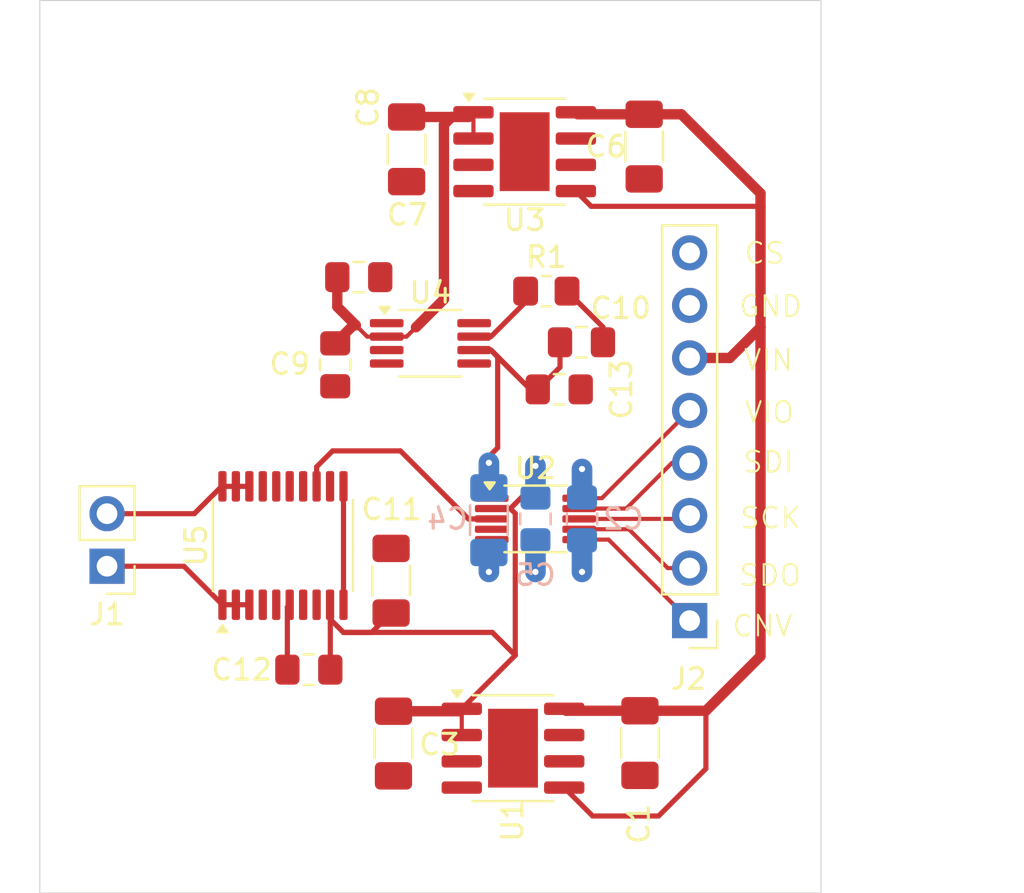
<source format=kicad_pcb>
(kicad_pcb (version 20240108) (generator "pcbnew") (generator_version "8.0")
  (layers (0 "F.Cu" signal) (31 "B.Cu" signal) (34 "B.Paste" user) (35 "F.Paste" user) (36 "B.SilkS" user "B.Silkscreen") (37 "F.SilkS" user "F.Silkscreen") (38 "B.Mask" user) (39 "F.Mask" user) (44 "Edge.Cuts" user))
  (net 0 "")
  (net 1 "GND")
  (net 2 "+5V")
  (net 3 "/VIO")
  (net 4 "/REF")
  (net 5 "Net-(C10-Pad1)")
  (net 6 "+9V")
  (net 7 "/VIN")
  (net 8 "/CS-")
  (net 9 "/CS+")
  (net 10 "/SDO")
  (net 11 "/SCK")
  (net 12 "/CS")
  (net 13 "/CNV")
  (net 14 "/SDI")
  (net 15 "/COMP")
  (net 22 "Net-(U5-IN-)")
  (net 23 "Net-(U5-REF1)")
  (net 24 "Net-(U5-IN+)")
  (footprint "Connector_PinHeader_2.54mm:PinHeader_1x02_P2.54mm_Vertical" (layer "F.Cu") (at 112.3 84.5 180)
    (property "Reference" "J1" (at 0 -2.33 0) (layer "F.SilkS"))
    (property "Value" "CS connector")
    (fp_line (start 1.33 1.27) (end 1.33 3.87) (stroke (width 0.12)) (layer "F.SilkS"))
    (fp_line (start -1.33 3.87) (end 1.33 3.87) (stroke (width 0.12)) (layer "F.SilkS"))
    (fp_line (start -1.33 1.27) (end 1.33 1.27) (stroke (width 0.12)) (layer "F.SilkS"))
    (fp_line (start -1.33 1.27) (end -1.33 3.87) (stroke (width 0.12)) (layer "F.SilkS"))
    (fp_line (start -1.33 0) (end -1.33 -1.33) (stroke (width 0.12)) (layer "F.SilkS"))
    (fp_line (start -1.33 -1.33) (end 0 -1.33) (stroke (width 0.12)) (layer "F.SilkS"))
    (pad "1" thru_hole rect (at 0 0 180) (size 1.7 1.7) (drill 1) (layers "*.Cu" "*.Mask") (net 8 "/CS-"))
    (pad "2" thru_hole oval (at 0 2.54 180) (size 1.7 1.7) (drill 1) (layers "*.Cu" "*.Mask") (net 9 "/CS+"))
  )
  (footprint "Package_SO:SOIC-8-1EP_3.9x4.9mm_P1.27mm_EP2.41x3.81mm" (layer "F.Cu") (at 131.915 93.2975)
    (property "Reference" "U1" (at -0.025 3.5175 90) (layer "F.SilkS"))
    (property "Value" "ADP7104ARDZ-5.0-R7")
    (fp_line (start 0 -2.56) (end -1.95 -2.56) (stroke (width 0.12)) (layer "F.SilkS"))
    (fp_line (start 0 -2.56) (end 1.95 -2.56) (stroke (width 0.12)) (layer "F.SilkS"))
    (fp_line (start 0 2.56) (end -1.95 2.56) (stroke (width 0.12)) (layer "F.SilkS"))
    (fp_line (start 0 2.56) (end 1.95 2.56) (stroke (width 0.12)) (layer "F.SilkS"))
    (fp_poly (pts (xy -2.7 -2.465) (xy -2.94 -2.795) (xy -2.46 -2.795) (xy -2.7 -2.465)) (stroke (width 0.12)) (fill solid) (layer "F.SilkS"))
    (pad "1" smd roundrect (at -2.475 -1.905) (size 1.95 0.6) (layers "F.Cu" "F.Paste" "F.Mask") (net 2 "+5V"))
    (pad "2" smd roundrect (at -2.475 -0.635) (size 1.95 0.6) (layers "F.Cu" "F.Paste" "F.Mask") (net 2 "+5V"))
    (pad "3" smd roundrect (at -2.475 0.635) (size 1.95 0.6) (layers "F.Cu" "F.Paste" "F.Mask") (net 1 "GND"))
    (pad "4" smd roundrect (at -2.475 1.905) (size 1.95 0.6) (layers "F.Cu" "F.Paste" "F.Mask"))
    (pad "5" smd roundrect (at 2.475 1.905) (size 1.95 0.6) (layers "F.Cu" "F.Paste" "F.Mask") (net 7 "/VIN"))
    (pad "6" smd roundrect (at 2.475 0.635) (size 1.95 0.6) (layers "F.Cu" "F.Paste" "F.Mask") (net 1 "GND"))
    (pad "7" smd roundrect (at 2.475 -0.635) (size 1.95 0.6) (layers "F.Cu" "F.Paste" "F.Mask") (net 1 "GND"))
    (pad "8" smd roundrect (at 2.475 -1.905) (size 1.95 0.6) (layers "F.Cu" "F.Paste" "F.Mask") (net 7 "/VIN"))
    (pad "9" smd rect (at 0 0) (size 2.41 3.81) (property pad_prop_heatsink) (layers "F.Cu" "F.Mask") (net 1 "GND"))
  )
  (footprint "Capacitor_SMD:C_0805_2012Metric_Pad1.18x1.45mm_HandSolder" (layer "F.Cu") (at 122.05 89.5 180)
    (property "Reference" "C12" (at 3.25 0 0) (layer "F.SilkS"))
    (property "Value" "100nF")
    (fp_line (start -0.261252 0.735) (end 0.261252 0.735) (stroke (width 0.12)) (layer "F.SilkS"))
    (fp_line (start -0.261252 -0.735) (end 0.261252 -0.735) (stroke (width 0.12)) (layer "F.SilkS"))
    (pad "1" smd roundrect (at -1.0375 0 180) (size 1.175 1.45) (layers "F.Cu" "F.Paste" "F.Mask") (roundrect_rratio 0.212766) (net 2 "+5V"))
    (pad "2" smd roundrect (at 1.0375 0 180) (size 1.175 1.45) (layers "F.Cu" "F.Paste" "F.Mask") (roundrect_rratio 0.212766) (net 1 "GND"))
  )
  (footprint "Package_SO:MSOP-10_3x3mm_P0.5mm" (layer "F.Cu") (at 133 82.2125)
    (property "Reference" "U2" (at 0 -2.45 0) (layer "F.SilkS"))
    (property "Value" "AD7685CRMZ")
    (fp_line (start 0 -1.61) (end -1.5 -1.61) (stroke (width 0.12)) (layer "F.SilkS"))
    (fp_line (start 0 -1.61) (end 1.5 -1.61) (stroke (width 0.12)) (layer "F.SilkS"))
    (fp_line (start 0 1.61) (end -1.5 1.61) (stroke (width 0.12)) (layer "F.SilkS"))
    (fp_line (start 0 1.61) (end 1.5 1.61) (stroke (width 0.12)) (layer "F.SilkS"))
    (fp_poly (pts (xy -2.2125 -1.435) (xy -2.4525 -1.765) (xy -1.9725 -1.765) (xy -2.2125 -1.435)) (stroke (width 0.12)) (fill solid) (layer "F.SilkS"))
    (pad "1" smd roundrect (at -2.1125 -1) (size 1.625 0.35) (layers "F.Cu" "F.Paste" "F.Mask") (net 4 "/REF"))
    (pad "2" smd roundrect (at -2.1125 -0.5) (size 1.625 0.35) (layers "F.Cu" "F.Paste" "F.Mask") (net 2 "+5V"))
    (pad "3" smd roundrect (at -2.1125 0) (size 1.625 0.35) (layers "F.Cu" "F.Paste" "F.Mask") (net 12 "/CS"))
    (pad "4" smd roundrect (at -2.1125 0.5) (size 1.625 0.35) (layers "F.Cu" "F.Paste" "F.Mask") (net 1 "GND"))
    (pad "5" smd roundrect (at -2.1125 1) (size 1.625 0.35) (layers "F.Cu" "F.Paste" "F.Mask") (net 1 "GND"))
    (pad "6" smd roundrect (at 2.1125 1) (size 1.625 0.35) (layers "F.Cu" "F.Paste" "F.Mask") (net 13 "/CNV"))
    (pad "7" smd roundrect (at 2.1125 0.5) (size 1.625 0.35) (layers "F.Cu" "F.Paste" "F.Mask") (net 10 "/SDO"))
    (pad "8" smd roundrect (at 2.1125 0) (size 1.625 0.35) (layers "F.Cu" "F.Paste" "F.Mask") (net 11 "/SCK"))
    (pad "9" smd roundrect (at 2.1125 -0.5) (size 1.625 0.35) (layers "F.Cu" "F.Paste" "F.Mask") (net 14 "/SDI"))
    (pad "10" smd roundrect (at 2.1125 -1) (size 1.625 0.35) (layers "F.Cu" "F.Paste" "F.Mask") (net 3 "/VIO"))
  )
  (footprint "Package_SO:MSOP-8_3x3mm_P0.65mm" (layer "F.Cu") (at 127.925 73.725)
    (property "Reference" "U4" (at 0 -2.45 0) (layer "F.SilkS"))
    (property "Value" "ADR435BRMZ")
    (fp_line (start 0 -1.61) (end -1.5 -1.61) (stroke (width 0.12)) (layer "F.SilkS"))
    (fp_line (start 0 -1.61) (end 1.5 -1.61) (stroke (width 0.12)) (layer "F.SilkS"))
    (fp_line (start 0 1.61) (end -1.5 1.61) (stroke (width 0.12)) (layer "F.SilkS"))
    (fp_line (start 0 1.61) (end 1.5 1.61) (stroke (width 0.12)) (layer "F.SilkS"))
    (fp_poly (pts (xy -2.2125 -1.435) (xy -2.4525 -1.765) (xy -1.9725 -1.765) (xy -2.2125 -1.435)) (stroke (width 0.12)) (fill solid) (layer "F.SilkS"))
    (pad "1" smd roundrect (at -2.1125 -0.975) (size 1.625 0.4) (layers "F.Cu" "F.Paste" "F.Mask"))
    (pad "2" smd roundrect (at -2.1125 -0.325) (size 1.625 0.4) (layers "F.Cu" "F.Paste" "F.Mask") (net 6 "+9V"))
    (pad "3" smd roundrect (at -2.1125 0.325) (size 1.625 0.4) (layers "F.Cu" "F.Paste" "F.Mask"))
    (pad "4" smd roundrect (at -2.1125 0.975) (size 1.625 0.4) (layers "F.Cu" "F.Paste" "F.Mask") (net 1 "GND"))
    (pad "5" smd roundrect (at 2.1125 0.975) (size 1.625 0.4) (layers "F.Cu" "F.Paste" "F.Mask"))
    (pad "6" smd roundrect (at 2.1125 0.325) (size 1.625 0.4) (layers "F.Cu" "F.Paste" "F.Mask") (net 4 "/REF"))
    (pad "7" smd roundrect (at 2.1125 -0.325) (size 1.625 0.4) (layers "F.Cu" "F.Paste" "F.Mask") (net 15 "/COMP"))
    (pad "8" smd roundrect (at 2.1125 -0.975) (size 1.625 0.4) (layers "F.Cu" "F.Paste" "F.Mask"))
  )
  (footprint "Package_SO:TSSOP-20_4.4x6.5mm_P0.65mm" (layer "F.Cu") (at 120.8 83.5 90)
    (property "Reference" "U5" (at 0 -4.2 90) (layer "F.SilkS"))
    (property "Value" "INA253A3IPWR")
    (fp_line (start 0 -3.385) (end 2.2 -3.385) (stroke (width 0.12)) (layer "F.SilkS"))
    (fp_line (start 0 -3.385) (end -2.2 -3.385) (stroke (width 0.12)) (layer "F.SilkS"))
    (fp_line (start 0 3.385) (end 2.2 3.385) (stroke (width 0.12)) (layer "F.SilkS"))
    (fp_line (start 0 3.385) (end -2.2 3.385) (stroke (width 0.12)) (layer "F.SilkS"))
    (fp_poly (pts (xy -3.86 -2.925) (xy -4.19 -3.165) (xy -4.19 -2.685) (xy -3.86 -2.925)) (stroke (width 0.12)) (fill solid) (layer "F.SilkS"))
    (pad "1" smd roundrect (at -2.8625 -2.925 90) (size 1.475 0.4) (layers "F.Cu" "F.Paste" "F.Mask") (net 8 "/CS-"))
    (pad "2" smd roundrect (at -2.8625 -2.275 90) (size 1.475 0.4) (layers "F.Cu" "F.Paste" "F.Mask") (net 8 "/CS-"))
    (pad "3" smd roundrect (at -2.8625 -1.625 90) (size 1.475 0.4) (layers "F.Cu" "F.Paste" "F.Mask") (net 8 "/CS-"))
    (pad "4" smd roundrect (at -2.8625 -0.975 90) (size 1.475 0.4) (layers "F.Cu" "F.Paste" "F.Mask") (net 22 "Net-(U5-IN-)"))
    (pad "5" smd roundrect (at -2.8625 -0.325 90) (size 1.475 0.4) (layers "F.Cu" "F.Paste" "F.Mask") (net 22 "Net-(U5-IN-)"))
    (pad "6" smd roundrect (at -2.8625 0.325 90) (size 1.475 0.4) (layers "F.Cu" "F.Paste" "F.Mask") (net 1 "GND"))
    (pad "7" smd roundrect (at -2.8625 0.975 90) (size 1.475 0.4) (layers "F.Cu" "F.Paste" "F.Mask"))
    (pad "8" smd roundrect (at -2.8625 1.625 90) (size 1.475 0.4) (layers "F.Cu" "F.Paste" "F.Mask") (net 1 "GND"))
    (pad "9" smd roundrect (at -2.8625 2.275 90) (size 1.475 0.4) (layers "F.Cu" "F.Paste" "F.Mask") (net 2 "+5V"))
    (pad "10" smd roundrect (at -2.8625 2.925 90) (size 1.475 0.4) (layers "F.Cu" "F.Paste" "F.Mask") (net 23 "Net-(U5-REF1)"))
    (pad "11" smd roundrect (at 2.8625 2.925 90) (size 1.475 0.4) (layers "F.Cu" "F.Paste" "F.Mask") (net 23 "Net-(U5-REF1)"))
    (pad "12" smd roundrect (at 2.8625 2.275 90) (size 1.475 0.4) (layers "F.Cu" "F.Paste" "F.Mask") (net 1 "GND"))
    (pad "13" smd roundrect (at 2.8625 1.625 90) (size 1.475 0.4) (layers "F.Cu" "F.Paste" "F.Mask") (net 12 "/CS"))
    (pad "14" smd roundrect (at 2.8625 0.975 90) (size 1.475 0.4) (layers "F.Cu" "F.Paste" "F.Mask"))
    (pad "15" smd roundrect (at 2.8625 0.325 90) (size 1.475 0.4) (layers "F.Cu" "F.Paste" "F.Mask") (net 1 "GND"))
    (pad "16" smd roundrect (at 2.8625 -0.325 90) (size 1.475 0.4) (layers "F.Cu" "F.Paste" "F.Mask") (net 24 "Net-(U5-IN+)"))
    (pad "17" smd roundrect (at 2.8625 -0.975 90) (size 1.475 0.4) (layers "F.Cu" "F.Paste" "F.Mask") (net 24 "Net-(U5-IN+)"))
    (pad "18" smd roundrect (at 2.8625 -1.625 90) (size 1.475 0.4) (layers "F.Cu" "F.Paste" "F.Mask") (net 9 "/CS+"))
    (pad "19" smd roundrect (at 2.8625 -2.275 90) (size 1.475 0.4) (layers "F.Cu" "F.Paste" "F.Mask") (net 9 "/CS+"))
    (pad "20" smd roundrect (at 2.8625 -2.925 90) (size 1.475 0.4) (layers "F.Cu" "F.Paste" "F.Mask") (net 9 "/CS+"))
  )
  (footprint "Capacitor_SMD:C_1206_3216Metric_Pad1.33x1.80mm_HandSolder" (layer "F.Cu") (at 126.025 85.2 90)
    (property "Reference" "C11" (at 3.45 0.025 0) (layer "F.SilkS"))
    (property "Value" "1uF")
    (fp_line (start -0.711252 -0.91) (end 0.711252 -0.91) (stroke (width 0.12)) (layer "F.SilkS"))
    (fp_line (start -0.711252 0.91) (end 0.711252 0.91) (stroke (width 0.12)) (layer "F.SilkS"))
    (pad "1" smd roundrect (at -1.5625 0 90) (size 1.325 1.8) (layers "F.Cu" "F.Paste" "F.Mask") (roundrect_rratio 0.188679) (net 2 "+5V"))
    (pad "2" smd roundrect (at 1.5625 0 90) (size 1.325 1.8) (layers "F.Cu" "F.Paste" "F.Mask") (roundrect_rratio 0.188679) (net 1 "GND"))
  )
  (footprint "Capacitor_SMD:C_1206_3216Metric_Pad1.33x1.80mm_HandSolder" (layer "F.Cu") (at 126.14 93.0725 -90)
    (property "Reference" "C3" (at 0.05 -2.225 0) (layer "F.SilkS"))
    (property "Value" "1uF")
    (fp_line (start -0.711252 0.91) (end 0.711252 0.91) (stroke (width 0.12)) (layer "F.SilkS"))
    (fp_line (start -0.711252 -0.91) (end 0.711252 -0.91) (stroke (width 0.12)) (layer "F.SilkS"))
    (pad "1" smd roundrect (at -1.5625 0 270) (size 1.325 1.8) (layers "F.Cu" "F.Paste" "F.Mask") (roundrect_rratio 0.188679) (net 2 "+5V"))
    (pad "2" smd roundrect (at 1.5625 0 270) (size 1.325 1.8) (layers "F.Cu" "F.Paste" "F.Mask") (roundrect_rratio 0.188679) (net 1 "GND"))
  )
  (footprint "Capacitor_SMD:C_0805_2012Metric_Pad1.18x1.45mm_HandSolder" (layer "F.Cu") (at 123.325 74.7625 -90)
    (property "Reference" "C9" (at -0.0375 2.2 180) (layer "F.SilkS"))
    (property "Value" "100nF")
    (fp_line (start -0.261252 0.735) (end 0.261252 0.735) (stroke (width 0.12)) (layer "F.SilkS"))
    (fp_line (start -0.261252 -0.735) (end 0.261252 -0.735) (stroke (width 0.12)) (layer "F.SilkS"))
    (pad "1" smd roundrect (at -1.0375 0 270) (size 1.175 1.45) (layers "F.Cu" "F.Paste" "F.Mask") (roundrect_rratio 0.212766) (net 6 "+9V"))
    (pad "2" smd roundrect (at 1.0375 0 270) (size 1.175 1.45) (layers "F.Cu" "F.Paste" "F.Mask") (roundrect_rratio 0.212766) (net 1 "GND"))
  )
  (footprint "Capacitor_SMD:C_1206_3216Metric_Pad1.33x1.80mm_HandSolder" (layer "F.Cu") (at 126.77375 64.3425 -90)
    (property "Reference" "C7" (at 3.17 -0.03 0) (layer "F.SilkS"))
    (property "Value" "1uF")
    (fp_line (start -0.711252 0.91) (end 0.711252 0.91) (stroke (width 0.12)) (layer "F.SilkS"))
    (fp_line (start -0.711252 -0.91) (end 0.711252 -0.91) (stroke (width 0.12)) (layer "F.SilkS"))
    (pad "1" smd roundrect (at -1.5625 0 270) (size 1.325 1.8) (layers "F.Cu" "F.Paste" "F.Mask") (roundrect_rratio 0.188679) (net 6 "+9V"))
    (pad "2" smd roundrect (at 1.5625 0 270) (size 1.325 1.8) (layers "F.Cu" "F.Paste" "F.Mask") (roundrect_rratio 0.188679) (net 1 "GND"))
  )
  (footprint "Capacitor_SMD:C_0805_2012Metric_Pad1.18x1.45mm_HandSolder" (layer "F.Cu") (at 134.15 75.95)
    (property "Reference" "C13" (at 3 0 90) (layer "F.SilkS"))
    (property "Value" "100nF")
    (fp_line (start -0.261252 -0.735) (end 0.261252 -0.735) (stroke (width 0.12)) (layer "F.SilkS"))
    (fp_line (start -0.261252 0.735) (end 0.261252 0.735) (stroke (width 0.12)) (layer "F.SilkS"))
    (pad "1" smd roundrect (at -1.0375 0) (size 1.175 1.45) (layers "F.Cu" "F.Paste" "F.Mask") (roundrect_rratio 0.212766) (net 4 "/REF"))
    (pad "2" smd roundrect (at 1.0375 0) (size 1.175 1.45) (layers "F.Cu" "F.Paste" "F.Mask") (roundrect_rratio 0.212766) (net 1 "GND"))
  )
  (footprint "Package_SO:SOIC-8-1EP_3.9x4.9mm_P1.27mm_EP2.41x3.81mm" (layer "F.Cu") (at 132.47875 64.4575)
    (property "Reference" "U3" (at 0 3.3125 0) (layer "F.SilkS"))
    (property "Value" "ADP7104ARDZ-9.0-R7")
    (fp_line (start 0 -2.56) (end -1.95 -2.56) (stroke (width 0.12)) (layer "F.SilkS"))
    (fp_line (start 0 -2.56) (end 1.95 -2.56) (stroke (width 0.12)) (layer "F.SilkS"))
    (fp_line (start 0 2.56) (end -1.95 2.56) (stroke (width 0.12)) (layer "F.SilkS"))
    (fp_line (start 0 2.56) (end 1.95 2.56) (stroke (width 0.12)) (layer "F.SilkS"))
    (fp_poly (pts (xy -2.7 -2.465) (xy -2.94 -2.795) (xy -2.46 -2.795) (xy -2.7 -2.465)) (stroke (width 0.12)) (fill solid) (layer "F.SilkS"))
    (pad "1" smd roundrect (at -2.475 -1.905) (size 1.95 0.6) (layers "F.Cu" "F.Paste" "F.Mask") (net 6 "+9V"))
    (pad "2" smd roundrect (at -2.475 -0.635) (size 1.95 0.6) (layers "F.Cu" "F.Paste" "F.Mask") (net 6 "+9V"))
    (pad "3" smd roundrect (at -2.475 0.635) (size 1.95 0.6) (layers "F.Cu" "F.Paste" "F.Mask") (net 1 "GND"))
    (pad "4" smd roundrect (at -2.475 1.905) (size 1.95 0.6) (layers "F.Cu" "F.Paste" "F.Mask"))
    (pad "5" smd roundrect (at 2.475 1.905) (size 1.95 0.6) (layers "F.Cu" "F.Paste" "F.Mask") (net 7 "/VIN"))
    (pad "6" smd roundrect (at 2.475 0.635) (size 1.95 0.6) (layers "F.Cu" "F.Paste" "F.Mask") (net 1 "GND"))
    (pad "7" smd roundrect (at 2.475 -0.635) (size 1.95 0.6) (layers "F.Cu" "F.Paste" "F.Mask") (net 1 "GND"))
    (pad "8" smd roundrect (at 2.475 -1.905) (size 1.95 0.6) (layers "F.Cu" "F.Paste" "F.Mask") (net 7 "/VIN"))
    (pad "9" smd rect (at 0 0) (size 2.41 3.81) (property pad_prop_heatsink) (layers "F.Cu" "F.Mask") (net 1 "GND"))
  )
  (footprint "Capacitor_SMD:C_1206_3216Metric_Pad1.33x1.80mm_HandSolder" (layer "F.Cu") (at 138.05 93.05 -90)
    (property "Reference" "C1" (at 3.9 0.05 90) (layer "F.SilkS"))
    (property "Value" "1uF")
    (fp_line (start -0.711252 0.91) (end 0.711252 0.91) (stroke (width 0.12)) (layer "F.SilkS"))
    (fp_line (start -0.711252 -0.91) (end 0.711252 -0.91) (stroke (width 0.12)) (layer "F.SilkS"))
    (pad "1" smd roundrect (at -1.5625 0 270) (size 1.325 1.8) (layers "F.Cu" "F.Paste" "F.Mask") (roundrect_rratio 0.188679) (net 7 "/VIN"))
    (pad "2" smd roundrect (at 1.5625 0 270) (size 1.325 1.8) (layers "F.Cu" "F.Paste" "F.Mask") (roundrect_rratio 0.188679) (net 1 "GND"))
  )
  (footprint "Connector_PinHeader_2.54mm:PinHeader_1x08_P2.54mm_Vertical" (layer "F.Cu") (at 140.45 87.13 180)
    (property "Reference" "J2" (at 0.05 -2.82 0) (layer "F.SilkS"))
    (property "Value" "External connector")
    (fp_line (start 1.33 1.27) (end 1.33 19.11) (stroke (width 0.12)) (layer "F.SilkS"))
    (fp_line (start -1.33 19.11) (end 1.33 19.11) (stroke (width 0.12)) (layer "F.SilkS"))
    (fp_line (start -1.33 1.27) (end 1.33 1.27) (stroke (width 0.12)) (layer "F.SilkS"))
    (fp_line (start -1.33 1.27) (end -1.33 19.11) (stroke (width 0.12)) (layer "F.SilkS"))
    (fp_line (start -1.33 0) (end -1.33 -1.33) (stroke (width 0.12)) (layer "F.SilkS"))
    (fp_line (start -1.33 -1.33) (end 0 -1.33) (stroke (width 0.12)) (layer "F.SilkS"))
    (pad "1" thru_hole rect (at 0 0 180) (size 1.7 1.7) (drill 1) (layers "*.Cu" "*.Mask") (net 13 "/CNV"))
    (pad "2" thru_hole oval (at 0 2.54 180) (size 1.7 1.7) (drill 1) (layers "*.Cu" "*.Mask") (net 10 "/SDO"))
    (pad "3" thru_hole oval (at 0 5.08 180) (size 1.7 1.7) (drill 1) (layers "*.Cu" "*.Mask") (net 11 "/SCK"))
    (pad "4" thru_hole oval (at 0 7.62 180) (size 1.7 1.7) (drill 1) (layers "*.Cu" "*.Mask") (net 14 "/SDI"))
    (pad "5" thru_hole oval (at 0 10.16 180) (size 1.7 1.7) (drill 1) (layers "*.Cu" "*.Mask") (net 3 "/VIO"))
    (pad "6" thru_hole oval (at 0 12.7 180) (size 1.7 1.7) (drill 1) (layers "*.Cu" "*.Mask") (net 7 "/VIN"))
    (pad "7" thru_hole oval (at 0 15.24 180) (size 1.7 1.7) (drill 1) (layers "*.Cu" "*.Mask") (net 1 "GND"))
    (pad "8" thru_hole oval (at 0 17.78 180) (size 1.7 1.7) (drill 1) (layers "*.Cu" "*.Mask") (net 12 "/CS"))
  )
  (footprint "Capacitor_SMD:C_0805_2012Metric_Pad1.18x1.45mm_HandSolder" (layer "F.Cu") (at 124.4625 70.525)
    (property "Reference" "C8" (at 0.4375 -8.2 -90) (layer "F.SilkS"))
    (property "Value" "10uF")
    (fp_line (start -0.261252 -0.735) (end 0.261252 -0.735) (stroke (width 0.12)) (layer "F.SilkS"))
    (fp_line (start -0.261252 0.735) (end 0.261252 0.735) (stroke (width 0.12)) (layer "F.SilkS"))
    (pad "1" smd roundrect (at -1.0375 0) (size 1.175 1.45) (layers "F.Cu" "F.Paste" "F.Mask") (roundrect_rratio 0.212766) (net 6 "+9V"))
    (pad "2" smd roundrect (at 1.0375 0) (size 1.175 1.45) (layers "F.Cu" "F.Paste" "F.Mask") (roundrect_rratio 0.212766) (net 1 "GND"))
  )
  (footprint "Capacitor_SMD:C_0805_2012Metric_Pad1.18x1.45mm_HandSolder" (layer "F.Cu") (at 135.225 73.675 180)
    (property "Reference" "C10" (at -1.9 1.65 0) (layer "F.SilkS"))
    (property "Value" "10nF")
    (fp_line (start -0.261252 0.735) (end 0.261252 0.735) (stroke (width 0.12)) (layer "F.SilkS"))
    (fp_line (start -0.261252 -0.735) (end 0.261252 -0.735) (stroke (width 0.12)) (layer "F.SilkS"))
    (pad "1" smd roundrect (at -1.0375 0 180) (size 1.175 1.45) (layers "F.Cu" "F.Paste" "F.Mask") (roundrect_rratio 0.212766) (net 5 "Net-(C10-Pad1)"))
    (pad "2" smd roundrect (at 1.0375 0 180) (size 1.175 1.45) (layers "F.Cu" "F.Paste" "F.Mask") (roundrect_rratio 0.212766) (net 4 "/REF"))
  )
  (footprint "Capacitor_SMD:C_1206_3216Metric_Pad1.33x1.80mm_HandSolder" (layer "F.Cu") (at 138.25375 64.2125 -90)
    (property "Reference" "C6" (at 0 1.85 360) (layer "F.SilkS"))
    (property "Value" "1uF")
    (fp_line (start -0.711252 0.91) (end 0.711252 0.91) (stroke (width 0.12)) (layer "F.SilkS"))
    (fp_line (start -0.711252 -0.91) (end 0.711252 -0.91) (stroke (width 0.12)) (layer "F.SilkS"))
    (pad "1" smd roundrect (at -1.5625 0 270) (size 1.325 1.8) (layers "F.Cu" "F.Paste" "F.Mask") (roundrect_rratio 0.188679) (net 7 "/VIN"))
    (pad "2" smd roundrect (at 1.5625 0 270) (size 1.325 1.8) (layers "F.Cu" "F.Paste" "F.Mask") (roundrect_rratio 0.188679) (net 1 "GND"))
  )
  (footprint "Resistor_SMD:R_0805_2012Metric_Pad1.20x1.40mm_HandSolder" (layer "F.Cu") (at 133.525 71.2)
    (property "Reference" "R1" (at 0 -1.65 0) (layer "F.SilkS"))
    (property "Value" "82k")
    (fp_line (start -0.227064 -0.735) (end 0.227064 -0.735) (stroke (width 0.12)) (layer "F.SilkS"))
    (fp_line (start -0.227064 0.735) (end 0.227064 0.735) (stroke (width 0.12)) (layer "F.SilkS"))
    (pad "1" smd roundrect (at -1 0) (size 1.2 1.4) (layers "F.Cu" "F.Paste" "F.Mask") (roundrect_rratio 0.208333) (net 15 "/COMP"))
    (pad "2" smd roundrect (at 1 0) (size 1.2 1.4) (layers "F.Cu" "F.Paste" "F.Mask") (roundrect_rratio 0.208333) (net 5 "Net-(C10-Pad1)"))
  )
  (footprint "Capacitor_SMD:C_0805_2012Metric_Pad1.18x1.45mm_HandSolder" (layer "B.Cu") (at 135.25 82.2125 -90)
    (property "Reference" "C2" (at 0 -2 0) (layer "B.SilkS") (effects (justify mirror)))
    (property "Value" "100nF")
    (fp_line (start 0.261252 0.735) (end -0.261252 0.735) (stroke (width 0.12)) (layer "B.SilkS"))
    (fp_line (start 0.261252 -0.735) (end -0.261252 -0.735) (stroke (width 0.12)) (layer "B.SilkS"))
    (pad "1" smd roundrect (at -1.0375 0 270) (size 1.175 1.45) (layers "B.Cu" "B.Paste" "B.Mask") (roundrect_rratio 0.212766) (net 3 "/VIO"))
    (pad "2" smd roundrect (at 1.0375 0 270) (size 1.175 1.45) (layers "B.Cu" "B.Paste" "B.Mask") (roundrect_rratio 0.212766) (net 1 "GND"))
  )
  (footprint "Capacitor_SMD:C_0805_2012Metric_Pad1.18x1.45mm_HandSolder" (layer "B.Cu") (at 133 82.2125 -90)
    (property "Reference" "C5" (at 2.7125 0 180) (layer "B.SilkS") (effects (justify mirror)))
    (property "Value" "100nF")
    (fp_line (start 0.261252 0.735) (end -0.261252 0.735) (stroke (width 0.12)) (layer "B.SilkS"))
    (fp_line (start 0.261252 -0.735) (end -0.261252 -0.735) (stroke (width 0.12)) (layer "B.SilkS"))
    (pad "1" smd roundrect (at -1.0375 0 270) (size 1.175 1.45) (layers "B.Cu" "B.Paste" "B.Mask") (roundrect_rratio 0.212766) (net 2 "+5V"))
    (pad "2" smd roundrect (at 1.0375 0 270) (size 1.175 1.45) (layers "B.Cu" "B.Paste" "B.Mask") (roundrect_rratio 0.212766) (net 1 "GND"))
  )
  (footprint "Capacitor_SMD:C_1206_3216Metric_Pad1.33x1.80mm_HandSolder" (layer "B.Cu") (at 130.75 82.275 -90)
    (property "Reference" "C4" (at -0.0625 2 180) (layer "B.SilkS") (effects (justify mirror)))
    (property "Value" "22uF")
    (fp_line (start 0.711252 0.91) (end -0.711252 0.91) (stroke (width 0.12)) (layer "B.SilkS"))
    (fp_line (start 0.711252 -0.91) (end -0.711252 -0.91) (stroke (width 0.12)) (layer "B.SilkS"))
    (pad "1" smd roundrect (at -1.5625 0 270) (size 1.325 1.8) (layers "B.Cu" "B.Paste" "B.Mask") (roundrect_rratio 0.188679) (net 4 "/REF"))
    (pad "2" smd roundrect (at 1.5625 0 270) (size 1.325 1.8) (layers "B.Cu" "B.Paste" "B.Mask") (roundrect_rratio 0.188679) (net 1 "GND"))
  )
  (gr_rect (start 109.05 57.15) (end 146.8 100.3) (stroke (width 0.05)) (fill none) (layer "Edge.Cuts"))
  (gr_text "GND" (at 142.775 72.525 0) (layer "F.SilkS") (effects (font (size 1 1) (thickness 0.1)) (justify left bottom)))
  (gr_text "SDO" (at 142.775 85.525 0) (layer "F.SilkS") (effects (font (size 1 1) (thickness 0.1)) (justify left bottom)))
  (gr_text "VIO" (at 143.05 77.65 0) (layer "F.SilkS") (effects (font (size 1 1) (thickness 0.1)) (justify left bottom)))
  (gr_text "SDI" (at 142.975 80.05 0) (layer "F.SilkS") (effects (font (size 1 1) (thickness 0.1)) (justify left bottom)))
  (gr_text "CS" (at 143.025 69.95 0) (layer "F.SilkS") (effects (font (size 1 1) (thickness 0.1)) (justify left bottom)))
  (gr_text "SCK" (at 142.825 82.75 0) (layer "F.SilkS") (effects (font (size 1 1) (thickness 0.1)) (justify left bottom)))
  (gr_text "VIN" (at 143 75.125 0) (layer "F.SilkS") (effects (font (size 1 1) (thickness 0.1)) (justify left bottom)))
  (gr_text "CNV" (at 142.45 87.975 0) (layer "F.SilkS") (effects (font (size 1 1) (thickness 0.1)) (justify left bottom)))
  (segment (start 121.0125 86.475) (end 121.125 86.3625) (width 0.25) (layer "F.Cu") (net 1))
  (segment (start 121.0125 89.5) (end 121.0125 86.475) (width 0.25) (layer "F.Cu") (net 1))
  (via (at 130.75 84.775) (size 0.6) (drill 0.3) (layers "F.Cu" "B.Cu") (net 1))
  (via (at 133 84.775) (size 0.6) (drill 0.3) (layers "F.Cu" "B.Cu") (net 1))
  (via (at 135.25 84.775) (size 0.6) (drill 0.3) (layers "F.Cu" "B.Cu") (net 1))
  (segment (start 133 83.25) (end 133 84.775) (width 1) (layer "B.Cu") (net 1))
  (segment (start 130.75 83.8375) (end 130.75 84.775) (width 1) (layer "B.Cu") (net 1))
  (segment (start 135.25 83.25) (end 135.25 84.775) (width 1) (layer "B.Cu") (net 1))
  (segment (start 126.14 91.51) (end 129.3225 91.51) (width 0.5) (layer "F.Cu") (net 2))
  (segment (start 123.075 87.053812) (end 123.075 86.3625) (width 0.25) (layer "F.Cu") (net 2))
  (segment (start 125.0875 87.7) (end 123.721188 87.7) (width 0.25) (layer "F.Cu") (net 2))
  (segment (start 123.0875 86.375) (end 123.075 86.3625) (width 0.25) (layer "F.Cu") (net 2))
  (segment (start 132.025 81.951712) (end 131.785788 81.7125) (width 0.25) (layer "F.Cu") (net 2))
  (segment (start 129.44 91.3925) (end 132.025 88.8075) (width 0.25) (layer "F.Cu") (net 2))
  (segment (start 129.3225 91.51) (end 129.44 91.3925) (width 0.5) (layer "F.Cu") (net 2))
  (segment (start 123.721188 87.7) (end 123.075 87.053812) (width 0.25) (layer "F.Cu") (net 2))
  (segment (start 123.0875 89.5) (end 123.0875 86.375) (width 0.25) (layer "F.Cu") (net 2))
  (segment (start 126.025 86.7625) (end 125.0875 87.7) (width 0.25) (layer "F.Cu") (net 2))
  (segment (start 129.44 92.6625) (end 129.44 91.3925) (width 0.2) (layer "F.Cu") (net 2))
  (segment (start 131.785788 81.7125) (end 130.8875 81.7125) (width 0.25) (layer "F.Cu") (net 2))
  (segment (start 131.785788 81.7125) (end 133 80.498288) (width 0.25) (layer "F.Cu") (net 2))
  (segment (start 132.025 88.8075) (end 132.025 81.951712) (width 0.25) (layer "F.Cu") (net 2))
  (segment (start 133 80.498288) (end 133 79.65) (width 0.25) (layer "F.Cu") (net 2))
  (segment (start 130.9175 87.7) (end 123.721188 87.7) (width 0.25) (layer "F.Cu") (net 2))
  (segment (start 132.025 88.8075) (end 130.9175 87.7) (width 0.25) (layer "F.Cu") (net 2))
  (via (at 133 79.65) (size 0.6) (drill 0.3) (layers "F.Cu" "B.Cu") (net 2))
  (segment (start 133 81.175) (end 133 79.65) (width 1) (layer "B.Cu") (net 2))
  (segment (start 135.1125 79.9375) (end 135.25 79.8) (width 0.2) (layer "F.Cu") (net 3))
  (segment (start 135.1125 81.2125) (end 136.2075 81.2125) (width 0.2) (layer "F.Cu") (net 3))
  (segment (start 135.25 79.8) (end 135.25 81.075) (width 0.2) (layer "F.Cu") (net 3))
  (segment (start 136.2075 81.2125) (end 140.45 76.97) (width 0.2) (layer "F.Cu") (net 3))
  (segment (start 135.25 81.075) (end 135.1125 81.2125) (width 0.2) (layer "F.Cu") (net 3))
  (via (at 135.25 79.8) (size 0.6) (drill 0.3) (layers "F.Cu" "B.Cu") (net 3))
  (segment (start 135.25 81.175) (end 135.25 79.8) (width 1) (layer "B.Cu") (net 3))
  (segment (start 130.75 81.075) (end 130.8875 81.2125) (width 0.25) (layer "F.Cu") (net 4))
  (segment (start 131.175 78.775) (end 131.175 74.375001) (width 0.25) (layer "F.Cu") (net 4))
  (segment (start 131.175 74.375001) (end 130.849999 74.05) (width 0.25) (layer "F.Cu") (net 4))
  (segment (start 130.75 79.5) (end 130.75 81.075) (width 0.25) (layer "F.Cu") (net 4))
  (segment (start 130.75 79.5) (end 130.75 79.2) (width 0.25) (layer "F.Cu") (net 4))
  (segment (start 130.849999 74.05) (end 132.749999 75.95) (width 0.25) (layer "F.Cu") (net 4))
  (segment (start 130.75 79.2) (end 131.175 78.775) (width 0.25) (layer "F.Cu") (net 4))
  (segment (start 130.8875 79.6375) (end 130.75 79.5) (width 0.25) (layer "F.Cu") (net 4))
  (segment (start 130.849999 74.05) (end 131.85 75.050001) (width 0.25) (layer "F.Cu") (net 4))
  (segment (start 134.1875 74.875) (end 133.1125 75.95) (width 0.25) (layer "F.Cu") (net 4))
  (segment (start 130.849999 74.05) (end 130.0375 74.05) (width 0.25) (layer "F.Cu") (net 4))
  (segment (start 132.749999 75.95) (end 133.1125 75.95) (width 0.25) (layer "F.Cu") (net 4))
  (segment (start 134.1875 73.675) (end 134.1875 74.875) (width 0.25) (layer "F.Cu") (net 4))
  (via (at 130.75 79.5) (size 0.6) (drill 0.3) (layers "F.Cu" "B.Cu") (net 4))
  (segment (start 130.75 80.7125) (end 130.75 79.5) (width 1) (layer "B.Cu") (net 4))
  (segment (start 136.2625 73.675) (end 136.2625 72.9375) (width 0.25) (layer "F.Cu") (net 5))
  (segment (start 136.2625 72.9375) (end 134.525 71.2) (width 0.25) (layer "F.Cu") (net 5))
  (segment (start 124.322206 72.852794) (end 124.197206 72.852794) (width 0.5) (layer "F.Cu") (net 6))
  (segment (start 127.225 72.95) (end 126.775 73.4) (width 0.2) (layer "F.Cu") (net 6))
  (segment (start 130.00375 63.8225) (end 130.00375 62.5525) (width 0.2) (layer "F.Cu") (net 6))
  (segment (start 128.57875 71.59625) (end 128.57875 63.15125) (width 0.5) (layer "F.Cu") (net 6))
  (segment (start 123.45 73.65) (end 124 73.1) (width 0.25) (layer "F.Cu") (net 6))
  (segment (start 128.57875 63.15125) (end 128.95 62.78) (width 0.5) (layer "F.Cu") (net 6))
  (segment (start 123.425 71.955588) (end 124.322206 72.852794) (width 0.5) (layer "F.Cu") (net 6))
  (segment (start 127.225 72.95) (end 128.57875 71.59625) (width 0.5) (layer "F.Cu") (net 6))
  (segment (start 123.4 73.65) (end 123.45 73.65) (width 0.25) (layer "F.Cu") (net 6))
  (segment (start 124.197206 72.852794) (end 123.325 73.725) (width 0.5) (layer "F.Cu") (net 6))
  (segment (start 126.77375 62.78) (end 128.95 62.78) (width 0.5) (layer "F.Cu") (net 6))
  (segment (start 124.869412 73.4) (end 124.322206 72.852794) (width 0.2) (layer "F.Cu") (net 6))
  (segment (start 125.8125 73.4) (end 124.869412 73.4) (width 0.2) (layer "F.Cu") (net 6))
  (segment (start 123.425 70.525) (end 123.425 71.955588) (width 0.5) (layer "F.Cu") (net 6))
  (segment (start 128.95 62.78) (end 129.77625 62.78) (width 0.5) (layer "F.Cu") (net 6))
  (segment (start 123.325 73.725) (end 123.4 73.65) (width 0.25) (layer "F.Cu") (net 6))
  (segment (start 126.775 73.4) (end 125.8125 73.4) (width 0.2) (layer "F.Cu") (net 6))
  (segment (start 129.77625 62.78) (end 130.00375 62.5525) (width 0.5) (layer "F.Cu") (net 6))
  (segment (start 123.65 73.4) (end 123.325 73.725) (width 0.25) (layer "F.Cu") (net 6))
  (segment (start 143.875 66.475) (end 140.05 62.65) (width 0.5) (layer "F.Cu") (net 7))
  (segment (start 138.95 96.575) (end 141.2375 94.2875) (width 0.25) (layer "F.Cu") (net 7))
  (segment (start 138.25375 62.65) (end 135.05125 62.65) (width 0.5) (layer "F.Cu") (net 7))
  (segment (start 138.05 91.4875) (end 141.2375 91.4875) (width 0.5) (layer "F.Cu") (net 7))
  (segment (start 135.69125 67.1) (end 143.825 67.1) (width 0.25) (layer "F.Cu") (net 7))
  (segment (start 143.875 67.15) (end 143.875 66.475) (width 0.5) (layer "F.Cu") (net 7))
  (segment (start 138.05 91.4875) (end 134.485 91.4875) (width 0.5) (layer "F.Cu") (net 7))
  (segment (start 135.7625 96.575) (end 138.95 96.575) (width 0.25) (layer "F.Cu") (net 7))
  (segment (start 143.825 67.1) (end 143.875 67.15) (width 0.25) (layer "F.Cu") (net 7))
  (segment (start 134.44 91.3425) (end 134.39 91.3925) (width 0.2) (layer "F.Cu") (net 7))
  (segment (start 134.95375 66.3625) (end 135.69125 67.1) (width 0.25) (layer "F.Cu") (net 7))
  (segment (start 141.2375 91.4875) (end 143.875 88.85) (width 0.5) (layer "F.Cu") (net 7))
  (segment (start 135.05125 62.65) (end 134.95375 62.5525) (width 0.5) (layer "F.Cu") (net 7))
  (segment (start 134.485 91.4875) (end 134.39 91.3925) (width 0.5) (layer "F.Cu") (net 7))
  (segment (start 134.39 95.2025) (end 135.7625 96.575) (width 0.25) (layer "F.Cu") (net 7))
  (segment (start 140.05 62.65) (end 138.25375 62.65) (width 0.5) (layer "F.Cu") (net 7))
  (segment (start 143.875 72.95) (end 142.395 74.43) (width 0.5) (layer "F.Cu") (net 7))
  (segment (start 142.395 74.43) (end 140.45 74.43) (width 0.5) (layer "F.Cu") (net 7))
  (segment (start 143.875 88.85) (end 143.875 72.95) (width 0.5) (layer "F.Cu") (net 7))
  (segment (start 143.875 72.95) (end 143.875 67.15) (width 0.5) (layer "F.Cu") (net 7))
  (segment (start 141.2375 94.2875) (end 141.2375 91.4875) (width 0.25) (layer "F.Cu") (net 7))
  (segment (start 116.0125 84.5) (end 112.3 84.5) (width 0.25) (layer "F.Cu") (net 8))
  (segment (start 117.875 86.3625) (end 116.0125 84.5) (width 0.25) (layer "F.Cu") (net 8))
  (segment (start 119.175 86.3625) (end 117.875 86.3625) (width 0.25) (layer "F.Cu") (net 8))
  (segment (start 117.8375 80.6375) (end 117.875 80.6375) (width 0.25) (layer "F.Cu") (net 9))
  (segment (start 119.175 80.6375) (end 117.875 80.6375) (width 0.25) (layer "F.Cu") (net 9))
  (segment (start 116.515 81.96) (end 117.8375 80.6375) (width 0.25) (layer "F.Cu") (net 9))
  (segment (start 112.3 81.96) (end 116.515 81.96) (width 0.25) (layer "F.Cu") (net 9))
  (segment (start 135.1125 82.7125) (end 137.5125 82.7125) (width 0.2) (layer "F.Cu") (net 10))
  (segment (start 137.5125 82.7125) (end 139.39 84.59) (width 0.2) (layer "F.Cu") (net 10))
  (segment (start 139.39 84.59) (end 140.45 84.59) (width 0.2) (layer "F.Cu") (net 10))
  (segment (start 140.2875 82.2125) (end 140.45 82.05) (width 0.2) (layer "F.Cu") (net 11))
  (segment (start 135.1125 82.2125) (end 140.2875 82.2125) (width 0.2) (layer "F.Cu") (net 11))
  (segment (start 126.475 78.925) (end 123.196188 78.925) (width 0.25) (layer "F.Cu") (net 12))
  (segment (start 123.196188 78.925) (end 122.425 79.696188) (width 0.25) (layer "F.Cu") (net 12))
  (segment (start 129.7625 82.2125) (end 126.475 78.925) (width 0.25) (layer "F.Cu") (net 12))
  (segment (start 122.425 79.696188) (end 122.425 80.6375) (width 0.25) (layer "F.Cu") (net 12))
  (segment (start 130.8875 82.2125) (end 129.7625 82.2125) (width 0.25) (layer "F.Cu") (net 12))
  (segment (start 136.5325 83.2125) (end 140.45 87.13) (width 0.2) (layer "F.Cu") (net 13))
  (segment (start 135.1125 83.2125) (end 136.5325 83.2125) (width 0.2) (layer "F.Cu") (net 13))
  (segment (start 137.3875 81.7125) (end 139.59 79.51) (width 0.2) (layer "F.Cu") (net 14))
  (segment (start 135.1125 81.7125) (end 137.3875 81.7125) (width 0.2) (layer "F.Cu") (net 14))
  (segment (start 139.59 79.51) (end 140.45 79.51) (width 0.2) (layer "F.Cu") (net 14))
  (segment (start 130.849999 73.4) (end 132.525 71.724999) (width 0.25) (layer "F.Cu") (net 15))
  (segment (start 132.525 71.724999) (end 132.525 71.2) (width 0.25) (layer "F.Cu") (net 15))
  (segment (start 130.0375 73.4) (end 130.849999 73.4) (width 0.25) (layer "F.Cu") (net 15))
  (segment (start 123.725 86.3625) (end 123.725 80.6375) (width 0.25) (layer "F.Cu") (net 23))
)
</source>
